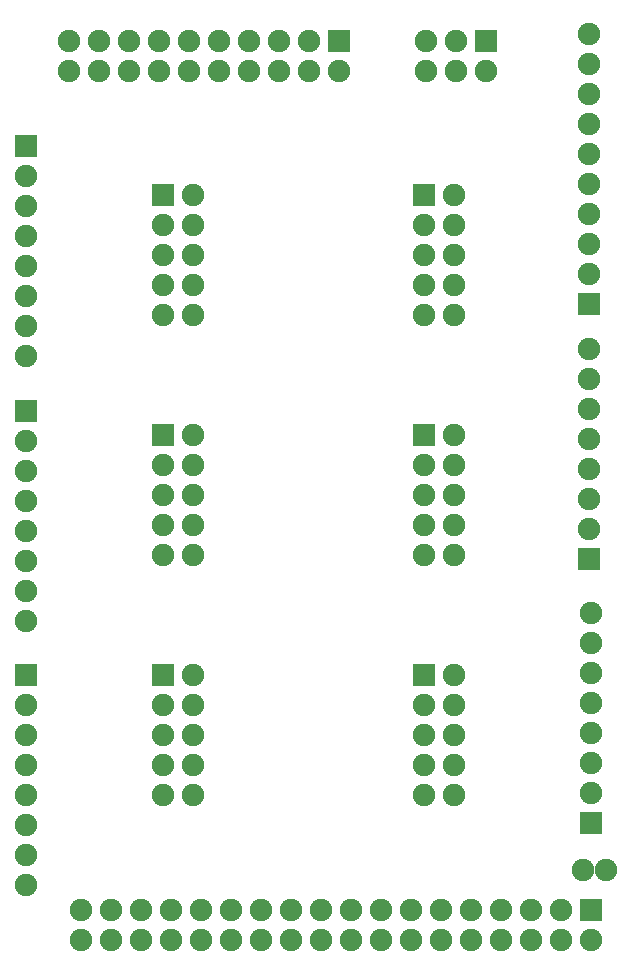
<source format=gbs>
G04 DipTrace 3.0.0.1*
G04 arm_arduino_shield_lay_V9.GBS*
%MOIN*%
G04 #@! TF.FileFunction,Soldermask,Bot*
G04 #@! TF.Part,Single*
%ADD30C,0.074929*%
%ADD32R,0.074929X0.074929*%
%FSLAX26Y26*%
G04*
G70*
G90*
G75*
G01*
G04 BotMask*
%LPD*%
D32*
X500272Y2300450D3*
D30*
Y2200450D3*
Y2100450D3*
Y2000450D3*
Y1900450D3*
Y1800450D3*
Y1700450D3*
Y1600450D3*
D32*
X500269Y1419108D3*
D30*
Y1319108D3*
Y1219108D3*
Y1119108D3*
Y1019108D3*
Y919108D3*
Y819108D3*
Y719108D3*
D32*
X2381717Y925306D3*
D30*
Y1025306D3*
Y1125306D3*
Y1225306D3*
Y1325306D3*
Y1425306D3*
Y1525306D3*
Y1625306D3*
D32*
Y637776D3*
D30*
Y537776D3*
X2281717Y637776D3*
Y537776D3*
X2181717Y637776D3*
Y537776D3*
X2081717Y637776D3*
Y537776D3*
X1981717Y637776D3*
Y537776D3*
X1881717Y637776D3*
Y537776D3*
X1781717Y637776D3*
Y537776D3*
X1681717Y637776D3*
Y537776D3*
X1581717Y637776D3*
Y537776D3*
X1481717Y637776D3*
Y537776D3*
X1381717Y637776D3*
Y537776D3*
X1281717Y637776D3*
Y537776D3*
X1181717Y637776D3*
Y537776D3*
X1081717Y637776D3*
Y537776D3*
X981717Y637776D3*
Y537776D3*
X881717Y637776D3*
Y537776D3*
X781717Y637776D3*
Y537776D3*
X681717Y637776D3*
Y537776D3*
D32*
X956567Y3019276D3*
D30*
X1056567D3*
X956567Y2919276D3*
X1056567D3*
X956567Y2819276D3*
X1056567D3*
X956567Y2719276D3*
X1056567D3*
X956567Y2619276D3*
X1056567D3*
D32*
X1825408Y3019276D3*
D30*
X1925408D3*
X1825408Y2919276D3*
X1925408D3*
X1825408Y2819276D3*
X1925408D3*
X1825408Y2719276D3*
X1925408D3*
X1825408Y2619276D3*
X1925408D3*
D32*
X956500Y2219010D3*
D30*
X1056500D3*
X956500Y2119010D3*
X1056500D3*
X956500Y2019010D3*
X1056500D3*
X956500Y1919010D3*
X1056500D3*
X956500Y1819010D3*
X1056500D3*
D32*
X1825249Y2219010D3*
D30*
X1925249D3*
X1825249Y2119010D3*
X1925249D3*
X1825249Y2019010D3*
X1925249D3*
X1825249Y1919010D3*
X1925249D3*
X1825249Y1819010D3*
X1925249D3*
D32*
X956500Y1419004D3*
D30*
X1056500D3*
X956500Y1319004D3*
X1056500D3*
X956500Y1219004D3*
X1056500D3*
X956500Y1119004D3*
X1056500D3*
X956500Y1019004D3*
X1056500D3*
D32*
X1825249Y1419004D3*
D30*
X1925249D3*
X1825249Y1319004D3*
X1925249D3*
X1825249Y1219004D3*
X1925249D3*
X1825249Y1119004D3*
X1925249D3*
X1825249Y1019004D3*
X1925249D3*
D32*
X500269Y3181793D3*
D30*
Y3081793D3*
Y2981793D3*
Y2881793D3*
Y2781793D3*
Y2681793D3*
Y2581793D3*
Y2481793D3*
D32*
X2375466Y2656738D3*
D30*
Y2756738D3*
Y2856738D3*
Y2956738D3*
Y3056738D3*
Y3156738D3*
Y3256738D3*
Y3356738D3*
Y3456738D3*
Y3556738D3*
D32*
Y1806648D3*
D30*
Y1906648D3*
Y2006648D3*
Y2106648D3*
Y2206648D3*
Y2306648D3*
Y2406648D3*
Y2506648D3*
D32*
X1543963Y3531520D3*
D30*
Y3431520D3*
X1443963Y3531520D3*
Y3431520D3*
X1343963Y3531520D3*
Y3431520D3*
X1243963Y3531520D3*
Y3431520D3*
X1143963Y3531520D3*
Y3431520D3*
X1043963Y3531520D3*
Y3431520D3*
X943963Y3531520D3*
Y3431520D3*
X843963Y3531520D3*
Y3431520D3*
X743963Y3531520D3*
Y3431520D3*
X643963Y3531520D3*
Y3431520D3*
D32*
X2031680Y3531829D3*
D30*
Y3431829D3*
X1931680Y3531829D3*
Y3431829D3*
X1831680Y3531829D3*
Y3431829D3*
X2356714Y769039D3*
X2431722D3*
M02*

</source>
